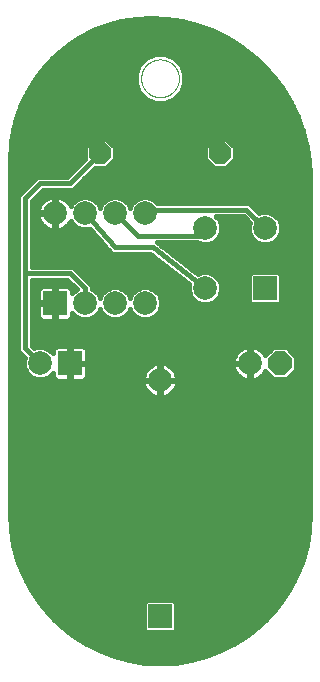
<source format=gtl>
G75*
%MOIN*%
%OFA0B0*%
%FSLAX25Y25*%
%IPPOS*%
%LPD*%
%AMOC8*
5,1,8,0,0,1.08239X$1,22.5*
%
%ADD10C,0.00000*%
%ADD11OC8,0.07087*%
%ADD12R,0.07874X0.07874*%
%ADD13C,0.07874*%
%ADD14OC8,0.07874*%
%ADD15C,0.01600*%
D10*
X0045561Y0196800D02*
X0045563Y0196958D01*
X0045569Y0197116D01*
X0045579Y0197274D01*
X0045593Y0197432D01*
X0045611Y0197589D01*
X0045632Y0197746D01*
X0045658Y0197902D01*
X0045688Y0198058D01*
X0045721Y0198213D01*
X0045759Y0198366D01*
X0045800Y0198519D01*
X0045845Y0198671D01*
X0045894Y0198822D01*
X0045947Y0198971D01*
X0046003Y0199119D01*
X0046063Y0199265D01*
X0046127Y0199410D01*
X0046195Y0199553D01*
X0046266Y0199695D01*
X0046340Y0199835D01*
X0046418Y0199972D01*
X0046500Y0200108D01*
X0046584Y0200242D01*
X0046673Y0200373D01*
X0046764Y0200502D01*
X0046859Y0200629D01*
X0046956Y0200754D01*
X0047057Y0200876D01*
X0047161Y0200995D01*
X0047268Y0201112D01*
X0047378Y0201226D01*
X0047491Y0201337D01*
X0047606Y0201446D01*
X0047724Y0201551D01*
X0047845Y0201653D01*
X0047968Y0201753D01*
X0048094Y0201849D01*
X0048222Y0201942D01*
X0048352Y0202032D01*
X0048485Y0202118D01*
X0048620Y0202202D01*
X0048756Y0202281D01*
X0048895Y0202358D01*
X0049036Y0202430D01*
X0049178Y0202500D01*
X0049322Y0202565D01*
X0049468Y0202627D01*
X0049615Y0202685D01*
X0049764Y0202740D01*
X0049914Y0202791D01*
X0050065Y0202838D01*
X0050217Y0202881D01*
X0050370Y0202920D01*
X0050525Y0202956D01*
X0050680Y0202987D01*
X0050836Y0203015D01*
X0050992Y0203039D01*
X0051149Y0203059D01*
X0051307Y0203075D01*
X0051464Y0203087D01*
X0051623Y0203095D01*
X0051781Y0203099D01*
X0051939Y0203099D01*
X0052097Y0203095D01*
X0052256Y0203087D01*
X0052413Y0203075D01*
X0052571Y0203059D01*
X0052728Y0203039D01*
X0052884Y0203015D01*
X0053040Y0202987D01*
X0053195Y0202956D01*
X0053350Y0202920D01*
X0053503Y0202881D01*
X0053655Y0202838D01*
X0053806Y0202791D01*
X0053956Y0202740D01*
X0054105Y0202685D01*
X0054252Y0202627D01*
X0054398Y0202565D01*
X0054542Y0202500D01*
X0054684Y0202430D01*
X0054825Y0202358D01*
X0054964Y0202281D01*
X0055100Y0202202D01*
X0055235Y0202118D01*
X0055368Y0202032D01*
X0055498Y0201942D01*
X0055626Y0201849D01*
X0055752Y0201753D01*
X0055875Y0201653D01*
X0055996Y0201551D01*
X0056114Y0201446D01*
X0056229Y0201337D01*
X0056342Y0201226D01*
X0056452Y0201112D01*
X0056559Y0200995D01*
X0056663Y0200876D01*
X0056764Y0200754D01*
X0056861Y0200629D01*
X0056956Y0200502D01*
X0057047Y0200373D01*
X0057136Y0200242D01*
X0057220Y0200108D01*
X0057302Y0199972D01*
X0057380Y0199835D01*
X0057454Y0199695D01*
X0057525Y0199553D01*
X0057593Y0199410D01*
X0057657Y0199265D01*
X0057717Y0199119D01*
X0057773Y0198971D01*
X0057826Y0198822D01*
X0057875Y0198671D01*
X0057920Y0198519D01*
X0057961Y0198366D01*
X0057999Y0198213D01*
X0058032Y0198058D01*
X0058062Y0197902D01*
X0058088Y0197746D01*
X0058109Y0197589D01*
X0058127Y0197432D01*
X0058141Y0197274D01*
X0058151Y0197116D01*
X0058157Y0196958D01*
X0058159Y0196800D01*
X0058157Y0196642D01*
X0058151Y0196484D01*
X0058141Y0196326D01*
X0058127Y0196168D01*
X0058109Y0196011D01*
X0058088Y0195854D01*
X0058062Y0195698D01*
X0058032Y0195542D01*
X0057999Y0195387D01*
X0057961Y0195234D01*
X0057920Y0195081D01*
X0057875Y0194929D01*
X0057826Y0194778D01*
X0057773Y0194629D01*
X0057717Y0194481D01*
X0057657Y0194335D01*
X0057593Y0194190D01*
X0057525Y0194047D01*
X0057454Y0193905D01*
X0057380Y0193765D01*
X0057302Y0193628D01*
X0057220Y0193492D01*
X0057136Y0193358D01*
X0057047Y0193227D01*
X0056956Y0193098D01*
X0056861Y0192971D01*
X0056764Y0192846D01*
X0056663Y0192724D01*
X0056559Y0192605D01*
X0056452Y0192488D01*
X0056342Y0192374D01*
X0056229Y0192263D01*
X0056114Y0192154D01*
X0055996Y0192049D01*
X0055875Y0191947D01*
X0055752Y0191847D01*
X0055626Y0191751D01*
X0055498Y0191658D01*
X0055368Y0191568D01*
X0055235Y0191482D01*
X0055100Y0191398D01*
X0054964Y0191319D01*
X0054825Y0191242D01*
X0054684Y0191170D01*
X0054542Y0191100D01*
X0054398Y0191035D01*
X0054252Y0190973D01*
X0054105Y0190915D01*
X0053956Y0190860D01*
X0053806Y0190809D01*
X0053655Y0190762D01*
X0053503Y0190719D01*
X0053350Y0190680D01*
X0053195Y0190644D01*
X0053040Y0190613D01*
X0052884Y0190585D01*
X0052728Y0190561D01*
X0052571Y0190541D01*
X0052413Y0190525D01*
X0052256Y0190513D01*
X0052097Y0190505D01*
X0051939Y0190501D01*
X0051781Y0190501D01*
X0051623Y0190505D01*
X0051464Y0190513D01*
X0051307Y0190525D01*
X0051149Y0190541D01*
X0050992Y0190561D01*
X0050836Y0190585D01*
X0050680Y0190613D01*
X0050525Y0190644D01*
X0050370Y0190680D01*
X0050217Y0190719D01*
X0050065Y0190762D01*
X0049914Y0190809D01*
X0049764Y0190860D01*
X0049615Y0190915D01*
X0049468Y0190973D01*
X0049322Y0191035D01*
X0049178Y0191100D01*
X0049036Y0191170D01*
X0048895Y0191242D01*
X0048756Y0191319D01*
X0048620Y0191398D01*
X0048485Y0191482D01*
X0048352Y0191568D01*
X0048222Y0191658D01*
X0048094Y0191751D01*
X0047968Y0191847D01*
X0047845Y0191947D01*
X0047724Y0192049D01*
X0047606Y0192154D01*
X0047491Y0192263D01*
X0047378Y0192374D01*
X0047268Y0192488D01*
X0047161Y0192605D01*
X0047057Y0192724D01*
X0046956Y0192846D01*
X0046859Y0192971D01*
X0046764Y0193098D01*
X0046673Y0193227D01*
X0046584Y0193358D01*
X0046500Y0193492D01*
X0046418Y0193628D01*
X0046340Y0193765D01*
X0046266Y0193905D01*
X0046195Y0194047D01*
X0046127Y0194190D01*
X0046063Y0194335D01*
X0046003Y0194481D01*
X0045947Y0194629D01*
X0045894Y0194778D01*
X0045845Y0194929D01*
X0045800Y0195081D01*
X0045759Y0195234D01*
X0045721Y0195387D01*
X0045688Y0195542D01*
X0045658Y0195698D01*
X0045632Y0195854D01*
X0045611Y0196011D01*
X0045593Y0196168D01*
X0045579Y0196326D01*
X0045569Y0196484D01*
X0045563Y0196642D01*
X0045561Y0196800D01*
D11*
X0031860Y0171800D03*
X0071860Y0171800D03*
D12*
X0086860Y0126800D03*
X0021860Y0101800D03*
X0016860Y0121800D03*
X0051860Y0017430D03*
D13*
X0051860Y0096170D03*
X0046860Y0121800D03*
X0036860Y0121800D03*
X0026860Y0121800D03*
X0011860Y0101800D03*
X0016860Y0151800D03*
X0026860Y0151800D03*
X0036860Y0151800D03*
X0046860Y0151800D03*
X0066860Y0146800D03*
X0066860Y0126800D03*
X0081860Y0101800D03*
X0086860Y0146800D03*
D14*
X0091860Y0101800D03*
D15*
X0046523Y0019588D02*
X0013695Y0019588D01*
X0014703Y0018343D02*
X0011409Y0022411D01*
X0008559Y0026800D01*
X0006183Y0031463D01*
X0004307Y0036349D01*
X0002953Y0041404D01*
X0002134Y0046574D01*
X0001860Y0051800D01*
X0001860Y0169951D01*
X0002117Y0174848D01*
X0002884Y0179691D01*
X0004153Y0184428D01*
X0005910Y0189006D01*
X0008137Y0193375D01*
X0010807Y0197488D01*
X0013894Y0201299D01*
X0017361Y0204767D01*
X0021172Y0207853D01*
X0025285Y0210523D01*
X0029654Y0212750D01*
X0034232Y0214507D01*
X0038969Y0215776D01*
X0043812Y0216543D01*
X0048709Y0216800D01*
X0053919Y0216544D01*
X0059079Y0215779D01*
X0064138Y0214511D01*
X0069049Y0212754D01*
X0073764Y0210524D01*
X0078238Y0207842D01*
X0082428Y0204735D01*
X0086293Y0201233D01*
X0089795Y0197368D01*
X0092903Y0193178D01*
X0095584Y0188704D01*
X0097814Y0183989D01*
X0099571Y0179078D01*
X0100839Y0174018D01*
X0101604Y0168859D01*
X0101860Y0163649D01*
X0101860Y0051800D01*
X0101586Y0046574D01*
X0100767Y0041404D01*
X0099413Y0036349D01*
X0097537Y0031463D01*
X0095161Y0026800D01*
X0092311Y0022411D01*
X0089017Y0018343D01*
X0085317Y0014643D01*
X0081249Y0011349D01*
X0076860Y0008499D01*
X0072197Y0006123D01*
X0067311Y0004247D01*
X0062256Y0002893D01*
X0057087Y0002074D01*
X0051860Y0001800D01*
X0046634Y0002074D01*
X0041464Y0002893D01*
X0036409Y0004247D01*
X0031523Y0006123D01*
X0026860Y0008499D01*
X0022471Y0011349D01*
X0018404Y0014643D01*
X0014703Y0018343D01*
X0015057Y0017990D02*
X0046523Y0017990D01*
X0046523Y0016391D02*
X0016655Y0016391D01*
X0018254Y0014793D02*
X0046523Y0014793D01*
X0046523Y0013194D02*
X0020193Y0013194D01*
X0022167Y0011596D02*
X0081554Y0011596D01*
X0079167Y0009997D02*
X0024553Y0009997D01*
X0027057Y0008399D02*
X0076663Y0008399D01*
X0073526Y0006800D02*
X0030194Y0006800D01*
X0033923Y0005201D02*
X0069797Y0005201D01*
X0064907Y0003603D02*
X0038813Y0003603D01*
X0047343Y0012093D02*
X0046523Y0012913D01*
X0046523Y0021947D01*
X0047343Y0022767D01*
X0056377Y0022767D01*
X0057197Y0021947D01*
X0057197Y0012913D01*
X0056377Y0012093D01*
X0047343Y0012093D01*
X0046523Y0021187D02*
X0012401Y0021187D01*
X0011166Y0022785D02*
X0092554Y0022785D01*
X0093592Y0024384D02*
X0010128Y0024384D01*
X0009090Y0025982D02*
X0094630Y0025982D01*
X0095559Y0027581D02*
X0008161Y0027581D01*
X0007347Y0029179D02*
X0096374Y0029179D01*
X0097188Y0030778D02*
X0006532Y0030778D01*
X0005832Y0032376D02*
X0097888Y0032376D01*
X0098501Y0033975D02*
X0005219Y0033975D01*
X0004605Y0035573D02*
X0099115Y0035573D01*
X0099633Y0037172D02*
X0004087Y0037172D01*
X0003659Y0038770D02*
X0100062Y0038770D01*
X0100490Y0040369D02*
X0003230Y0040369D01*
X0002864Y0041967D02*
X0100857Y0041967D01*
X0101110Y0043566D02*
X0002610Y0043566D01*
X0002357Y0045164D02*
X0101363Y0045164D01*
X0101596Y0046763D02*
X0002124Y0046763D01*
X0002040Y0048361D02*
X0101680Y0048361D01*
X0101764Y0049960D02*
X0001957Y0049960D01*
X0001873Y0051558D02*
X0101847Y0051558D01*
X0101860Y0053157D02*
X0001860Y0053157D01*
X0001860Y0054755D02*
X0101860Y0054755D01*
X0101860Y0056354D02*
X0001860Y0056354D01*
X0001860Y0057952D02*
X0101860Y0057952D01*
X0101860Y0059551D02*
X0001860Y0059551D01*
X0001860Y0061149D02*
X0101860Y0061149D01*
X0101860Y0062748D02*
X0001860Y0062748D01*
X0001860Y0064346D02*
X0101860Y0064346D01*
X0101860Y0065945D02*
X0001860Y0065945D01*
X0001860Y0067543D02*
X0101860Y0067543D01*
X0101860Y0069142D02*
X0001860Y0069142D01*
X0001860Y0070740D02*
X0101860Y0070740D01*
X0101860Y0072339D02*
X0001860Y0072339D01*
X0001860Y0073937D02*
X0101860Y0073937D01*
X0101860Y0075536D02*
X0001860Y0075536D01*
X0001860Y0077134D02*
X0101860Y0077134D01*
X0101860Y0078733D02*
X0001860Y0078733D01*
X0001860Y0080332D02*
X0101860Y0080332D01*
X0101860Y0081930D02*
X0001860Y0081930D01*
X0001860Y0083529D02*
X0101860Y0083529D01*
X0101860Y0085127D02*
X0001860Y0085127D01*
X0001860Y0086726D02*
X0101860Y0086726D01*
X0101860Y0088324D02*
X0001860Y0088324D01*
X0001860Y0089923D02*
X0101860Y0089923D01*
X0101860Y0091521D02*
X0055222Y0091521D01*
X0054867Y0091263D02*
X0055597Y0091794D01*
X0056236Y0092433D01*
X0056767Y0093163D01*
X0057177Y0093968D01*
X0057456Y0094827D01*
X0057597Y0095719D01*
X0057597Y0095986D01*
X0052044Y0095986D01*
X0052044Y0090433D01*
X0052312Y0090433D01*
X0053203Y0090574D01*
X0054062Y0090853D01*
X0054867Y0091263D01*
X0056735Y0093120D02*
X0101860Y0093120D01*
X0101860Y0094718D02*
X0057421Y0094718D01*
X0057597Y0096354D02*
X0057597Y0096622D01*
X0057456Y0097513D01*
X0057177Y0098372D01*
X0056767Y0099177D01*
X0056236Y0099907D01*
X0055597Y0100546D01*
X0054867Y0101077D01*
X0054062Y0101487D01*
X0053203Y0101766D01*
X0052312Y0101907D01*
X0052044Y0101907D01*
X0052044Y0096354D01*
X0057597Y0096354D01*
X0057325Y0097915D02*
X0077632Y0097915D01*
X0077484Y0098063D02*
X0078123Y0097424D01*
X0078853Y0096893D01*
X0079658Y0096483D01*
X0080517Y0096204D01*
X0081409Y0096063D01*
X0081676Y0096063D01*
X0081676Y0101616D01*
X0076123Y0101616D01*
X0076123Y0101348D01*
X0076264Y0100457D01*
X0076543Y0099598D01*
X0076953Y0098793D01*
X0077484Y0098063D01*
X0076586Y0099514D02*
X0056522Y0099514D01*
X0054798Y0101112D02*
X0076160Y0101112D01*
X0076123Y0101984D02*
X0081676Y0101984D01*
X0081676Y0101616D01*
X0082044Y0101616D01*
X0082044Y0096063D01*
X0082312Y0096063D01*
X0083203Y0096204D01*
X0084062Y0096483D01*
X0084867Y0096893D01*
X0085597Y0097424D01*
X0086236Y0098063D01*
X0086767Y0098793D01*
X0086953Y0099159D01*
X0089649Y0096463D01*
X0094071Y0096463D01*
X0097197Y0099589D01*
X0097197Y0104011D01*
X0094071Y0107137D01*
X0089649Y0107137D01*
X0086953Y0104441D01*
X0086767Y0104807D01*
X0086236Y0105537D01*
X0085597Y0106176D01*
X0084867Y0106707D01*
X0084062Y0107117D01*
X0083203Y0107396D01*
X0082312Y0107537D01*
X0082044Y0107537D01*
X0082044Y0101984D01*
X0081676Y0101984D01*
X0081676Y0107537D01*
X0081409Y0107537D01*
X0080517Y0107396D01*
X0079658Y0107117D01*
X0078853Y0106707D01*
X0078123Y0106176D01*
X0077484Y0105537D01*
X0076953Y0104807D01*
X0076543Y0104002D01*
X0076264Y0103143D01*
X0076123Y0102252D01*
X0076123Y0101984D01*
X0076196Y0102711D02*
X0027597Y0102711D01*
X0027597Y0101984D02*
X0027597Y0105974D01*
X0027474Y0106432D01*
X0027237Y0106842D01*
X0026902Y0107177D01*
X0026492Y0107414D01*
X0026034Y0107537D01*
X0022044Y0107537D01*
X0022044Y0101984D01*
X0021676Y0101984D01*
X0021676Y0107537D01*
X0017686Y0107537D01*
X0017228Y0107414D01*
X0016818Y0107177D01*
X0016483Y0106842D01*
X0016246Y0106432D01*
X0016123Y0105974D01*
X0016123Y0105085D01*
X0014883Y0106324D01*
X0012922Y0107137D01*
X0010798Y0107137D01*
X0009975Y0106796D01*
X0009060Y0107711D01*
X0009060Y0129600D01*
X0020949Y0129600D01*
X0024111Y0126438D01*
X0023837Y0126324D01*
X0022597Y0125085D01*
X0022597Y0125974D01*
X0022474Y0126432D01*
X0022237Y0126842D01*
X0021902Y0127177D01*
X0021492Y0127414D01*
X0021034Y0127537D01*
X0017160Y0127537D01*
X0017160Y0122100D01*
X0016560Y0122100D01*
X0016560Y0121500D01*
X0011123Y0121500D01*
X0011123Y0117626D01*
X0011246Y0117168D01*
X0011483Y0116758D01*
X0011818Y0116423D01*
X0012228Y0116186D01*
X0012686Y0116063D01*
X0016560Y0116063D01*
X0016560Y0121500D01*
X0017160Y0121500D01*
X0017160Y0116063D01*
X0021034Y0116063D01*
X0021492Y0116186D01*
X0021902Y0116423D01*
X0022237Y0116758D01*
X0022474Y0117168D01*
X0022597Y0117626D01*
X0022597Y0118515D01*
X0023837Y0117276D01*
X0025798Y0116463D01*
X0027922Y0116463D01*
X0029883Y0117276D01*
X0031385Y0118777D01*
X0031860Y0119925D01*
X0032336Y0118777D01*
X0033837Y0117276D01*
X0035798Y0116463D01*
X0037922Y0116463D01*
X0039883Y0117276D01*
X0041385Y0118777D01*
X0041860Y0119925D01*
X0042336Y0118777D01*
X0043837Y0117276D01*
X0045798Y0116463D01*
X0047922Y0116463D01*
X0049883Y0117276D01*
X0051385Y0118777D01*
X0052197Y0120738D01*
X0052197Y0122862D01*
X0051385Y0124823D01*
X0049883Y0126324D01*
X0047922Y0127137D01*
X0045798Y0127137D01*
X0043837Y0126324D01*
X0042336Y0124823D01*
X0041860Y0123675D01*
X0041385Y0124823D01*
X0039883Y0126324D01*
X0037922Y0127137D01*
X0035798Y0127137D01*
X0033837Y0126324D01*
X0032336Y0124823D01*
X0031860Y0123675D01*
X0031385Y0124823D01*
X0029883Y0126324D01*
X0029060Y0126665D01*
X0029060Y0127711D01*
X0024060Y0132711D01*
X0022771Y0134000D01*
X0009060Y0134000D01*
X0009060Y0155889D01*
X0012771Y0159600D01*
X0022771Y0159600D01*
X0024060Y0160889D01*
X0030028Y0166857D01*
X0033908Y0166857D01*
X0036803Y0169752D01*
X0036803Y0173848D01*
X0033908Y0176743D01*
X0029812Y0176743D01*
X0026917Y0173848D01*
X0026917Y0169968D01*
X0020949Y0164000D01*
X0010949Y0164000D01*
X0005949Y0159000D01*
X0004660Y0157711D01*
X0004660Y0105889D01*
X0005949Y0104600D01*
X0006864Y0103685D01*
X0006523Y0102862D01*
X0006523Y0100738D01*
X0007336Y0098777D01*
X0008837Y0097276D01*
X0010798Y0096463D01*
X0012922Y0096463D01*
X0014883Y0097276D01*
X0016123Y0098515D01*
X0016123Y0097626D01*
X0016246Y0097168D01*
X0016483Y0096758D01*
X0016818Y0096423D01*
X0017228Y0096186D01*
X0017686Y0096063D01*
X0021676Y0096063D01*
X0021676Y0101616D01*
X0022044Y0101616D01*
X0022044Y0096063D01*
X0026034Y0096063D01*
X0026492Y0096186D01*
X0026902Y0096423D01*
X0027237Y0096758D01*
X0027474Y0097168D01*
X0027597Y0097626D01*
X0027597Y0101616D01*
X0022044Y0101616D01*
X0022044Y0101984D01*
X0027597Y0101984D01*
X0027597Y0101112D02*
X0048923Y0101112D01*
X0048853Y0101077D02*
X0048123Y0100546D01*
X0047484Y0099907D01*
X0046953Y0099177D01*
X0046543Y0098372D01*
X0046264Y0097513D01*
X0046123Y0096622D01*
X0046123Y0096354D01*
X0051676Y0096354D01*
X0051676Y0095986D01*
X0052044Y0095986D01*
X0052044Y0096354D01*
X0051676Y0096354D01*
X0051676Y0101907D01*
X0051409Y0101907D01*
X0050517Y0101766D01*
X0049658Y0101487D01*
X0048853Y0101077D01*
X0047198Y0099514D02*
X0027597Y0099514D01*
X0027597Y0097915D02*
X0046395Y0097915D01*
X0046123Y0095986D02*
X0046123Y0095719D01*
X0046264Y0094827D01*
X0046543Y0093968D01*
X0046953Y0093163D01*
X0047484Y0092433D01*
X0048123Y0091794D01*
X0048853Y0091263D01*
X0049658Y0090853D01*
X0050517Y0090574D01*
X0051409Y0090433D01*
X0051676Y0090433D01*
X0051676Y0095986D01*
X0046123Y0095986D01*
X0046300Y0094718D02*
X0001860Y0094718D01*
X0001860Y0093120D02*
X0046985Y0093120D01*
X0048498Y0091521D02*
X0001860Y0091521D01*
X0001860Y0096317D02*
X0017001Y0096317D01*
X0016123Y0097915D02*
X0015523Y0097915D01*
X0011860Y0101800D02*
X0006860Y0106800D01*
X0006860Y0131800D01*
X0021860Y0131800D01*
X0026860Y0126800D01*
X0026860Y0121800D01*
X0029060Y0126688D02*
X0034715Y0126688D01*
X0032602Y0125090D02*
X0031118Y0125090D01*
X0028484Y0128287D02*
X0061407Y0128287D01*
X0061627Y0128114D02*
X0061523Y0127862D01*
X0061523Y0125738D01*
X0062336Y0123777D01*
X0063837Y0122276D01*
X0065798Y0121463D01*
X0067922Y0121463D01*
X0069883Y0122276D01*
X0071385Y0123777D01*
X0072197Y0125738D01*
X0072197Y0127862D01*
X0071385Y0129823D01*
X0069883Y0131324D01*
X0067922Y0132137D01*
X0065798Y0132137D01*
X0064378Y0131548D01*
X0050948Y0142100D01*
X0064261Y0142100D01*
X0065798Y0141463D01*
X0067922Y0141463D01*
X0069883Y0142276D01*
X0071385Y0143777D01*
X0072197Y0145738D01*
X0072197Y0147862D01*
X0071385Y0149823D01*
X0070358Y0150850D01*
X0079699Y0150850D01*
X0081864Y0148685D01*
X0081523Y0147862D01*
X0081523Y0145738D01*
X0082336Y0143777D01*
X0083837Y0142276D01*
X0085798Y0141463D01*
X0087922Y0141463D01*
X0089883Y0142276D01*
X0091385Y0143777D01*
X0092197Y0145738D01*
X0092197Y0147862D01*
X0091385Y0149823D01*
X0089883Y0151324D01*
X0087922Y0152137D01*
X0085798Y0152137D01*
X0084975Y0151796D01*
X0082810Y0153961D01*
X0081521Y0155250D01*
X0050958Y0155250D01*
X0049883Y0156324D01*
X0047922Y0157137D01*
X0045798Y0157137D01*
X0043837Y0156324D01*
X0042336Y0154823D01*
X0041860Y0153675D01*
X0041385Y0154823D01*
X0039883Y0156324D01*
X0037922Y0157137D01*
X0035798Y0157137D01*
X0033837Y0156324D01*
X0032336Y0154823D01*
X0031860Y0153675D01*
X0031385Y0154823D01*
X0029883Y0156324D01*
X0027922Y0157137D01*
X0025798Y0157137D01*
X0023837Y0156324D01*
X0022336Y0154823D01*
X0022077Y0154198D01*
X0021767Y0154807D01*
X0021236Y0155537D01*
X0020597Y0156176D01*
X0019867Y0156707D01*
X0019062Y0157117D01*
X0018203Y0157396D01*
X0017312Y0157537D01*
X0017160Y0157537D01*
X0017160Y0152100D01*
X0016560Y0152100D01*
X0016560Y0151500D01*
X0011123Y0151500D01*
X0011123Y0151348D01*
X0011264Y0150457D01*
X0011543Y0149598D01*
X0011953Y0148793D01*
X0012484Y0148063D01*
X0013123Y0147424D01*
X0013853Y0146893D01*
X0014658Y0146483D01*
X0015517Y0146204D01*
X0016409Y0146063D01*
X0016560Y0146063D01*
X0016560Y0151500D01*
X0017160Y0151500D01*
X0017160Y0146063D01*
X0017312Y0146063D01*
X0018203Y0146204D01*
X0019062Y0146483D01*
X0019867Y0146893D01*
X0020597Y0147424D01*
X0021236Y0148063D01*
X0021767Y0148793D01*
X0022077Y0149402D01*
X0022336Y0148777D01*
X0023837Y0147276D01*
X0025798Y0146463D01*
X0027922Y0146463D01*
X0028462Y0146687D01*
X0034660Y0139714D01*
X0034660Y0139639D01*
X0035259Y0139040D01*
X0035821Y0138407D01*
X0035896Y0138403D01*
X0035949Y0138350D01*
X0036795Y0138350D01*
X0037641Y0138300D01*
X0037697Y0138350D01*
X0048599Y0138350D01*
X0061627Y0128114D01*
X0061523Y0126688D02*
X0049005Y0126688D01*
X0051118Y0125090D02*
X0061792Y0125090D01*
X0062621Y0123491D02*
X0051936Y0123491D01*
X0052197Y0121893D02*
X0064761Y0121893D01*
X0068959Y0121893D02*
X0081913Y0121893D01*
X0081523Y0122283D02*
X0082343Y0121463D01*
X0091377Y0121463D01*
X0092197Y0122283D01*
X0092197Y0131317D01*
X0091377Y0132137D01*
X0082343Y0132137D01*
X0081523Y0131317D01*
X0081523Y0122283D01*
X0081523Y0123491D02*
X0071099Y0123491D01*
X0071928Y0125090D02*
X0081523Y0125090D01*
X0081523Y0126688D02*
X0072197Y0126688D01*
X0072021Y0128287D02*
X0081523Y0128287D01*
X0081523Y0129885D02*
X0071322Y0129885D01*
X0069498Y0131484D02*
X0081690Y0131484D01*
X0083439Y0142673D02*
X0070281Y0142673D01*
X0071590Y0144272D02*
X0082130Y0144272D01*
X0081523Y0145870D02*
X0072197Y0145870D01*
X0072197Y0147469D02*
X0081523Y0147469D01*
X0081481Y0149068D02*
X0071698Y0149068D01*
X0070542Y0150666D02*
X0079883Y0150666D01*
X0080610Y0153050D02*
X0049360Y0153050D01*
X0048110Y0151800D01*
X0046860Y0151800D01*
X0050746Y0155462D02*
X0101860Y0155462D01*
X0101860Y0157060D02*
X0048107Y0157060D01*
X0045613Y0157060D02*
X0038107Y0157060D01*
X0040746Y0155462D02*
X0042974Y0155462D01*
X0041938Y0153863D02*
X0041782Y0153863D01*
X0036860Y0151800D02*
X0044360Y0144300D01*
X0064360Y0144300D01*
X0066860Y0146800D01*
X0058356Y0136279D02*
X0101860Y0136279D01*
X0101860Y0134681D02*
X0060391Y0134681D01*
X0062425Y0133082D02*
X0101860Y0133082D01*
X0101860Y0131484D02*
X0092030Y0131484D01*
X0092197Y0129885D02*
X0101860Y0129885D01*
X0101860Y0128287D02*
X0092197Y0128287D01*
X0092197Y0126688D02*
X0101860Y0126688D01*
X0101860Y0125090D02*
X0092197Y0125090D01*
X0092197Y0123491D02*
X0101860Y0123491D01*
X0101860Y0121893D02*
X0091807Y0121893D01*
X0082506Y0107506D02*
X0101860Y0107506D01*
X0101860Y0105908D02*
X0095300Y0105908D01*
X0096899Y0104309D02*
X0101860Y0104309D01*
X0101860Y0102711D02*
X0097197Y0102711D01*
X0097197Y0101112D02*
X0101860Y0101112D01*
X0101860Y0099514D02*
X0097121Y0099514D01*
X0095523Y0097915D02*
X0101860Y0097915D01*
X0101860Y0096317D02*
X0083549Y0096317D01*
X0082044Y0096317D02*
X0081676Y0096317D01*
X0081676Y0097915D02*
X0082044Y0097915D01*
X0082044Y0099514D02*
X0081676Y0099514D01*
X0081676Y0101112D02*
X0082044Y0101112D01*
X0082044Y0102711D02*
X0081676Y0102711D01*
X0081676Y0104309D02*
X0082044Y0104309D01*
X0082044Y0105908D02*
X0081676Y0105908D01*
X0081676Y0107506D02*
X0082044Y0107506D01*
X0081214Y0107506D02*
X0026149Y0107506D01*
X0027597Y0105908D02*
X0077854Y0105908D01*
X0076700Y0104309D02*
X0027597Y0104309D01*
X0022044Y0104309D02*
X0021676Y0104309D01*
X0021676Y0102711D02*
X0022044Y0102711D01*
X0022044Y0101112D02*
X0021676Y0101112D01*
X0021676Y0099514D02*
X0022044Y0099514D01*
X0022044Y0097915D02*
X0021676Y0097915D01*
X0021676Y0096317D02*
X0022044Y0096317D01*
X0026719Y0096317D02*
X0051676Y0096317D01*
X0052044Y0096317D02*
X0080171Y0096317D01*
X0085866Y0105908D02*
X0088420Y0105908D01*
X0088197Y0097915D02*
X0086089Y0097915D01*
X0101860Y0109105D02*
X0009060Y0109105D01*
X0009060Y0110703D02*
X0101860Y0110703D01*
X0101860Y0112302D02*
X0009060Y0112302D01*
X0009060Y0113900D02*
X0101860Y0113900D01*
X0101860Y0115499D02*
X0009060Y0115499D01*
X0009060Y0117097D02*
X0011287Y0117097D01*
X0011123Y0118696D02*
X0009060Y0118696D01*
X0009060Y0120294D02*
X0011123Y0120294D01*
X0011123Y0122100D02*
X0011123Y0125974D01*
X0011246Y0126432D01*
X0011483Y0126842D01*
X0011818Y0127177D01*
X0012228Y0127414D01*
X0012686Y0127537D01*
X0016560Y0127537D01*
X0016560Y0122100D01*
X0011123Y0122100D01*
X0011123Y0123491D02*
X0009060Y0123491D01*
X0009060Y0121893D02*
X0016560Y0121893D01*
X0016560Y0123491D02*
X0017160Y0123491D01*
X0017160Y0125090D02*
X0016560Y0125090D01*
X0016560Y0126688D02*
X0017160Y0126688D01*
X0017160Y0120294D02*
X0016560Y0120294D01*
X0016560Y0118696D02*
X0017160Y0118696D01*
X0017160Y0117097D02*
X0016560Y0117097D01*
X0022433Y0117097D02*
X0024267Y0117097D01*
X0029453Y0117097D02*
X0034267Y0117097D01*
X0032417Y0118696D02*
X0031304Y0118696D01*
X0023860Y0126688D02*
X0022326Y0126688D01*
X0022262Y0128287D02*
X0009060Y0128287D01*
X0009060Y0126688D02*
X0011394Y0126688D01*
X0011123Y0125090D02*
X0009060Y0125090D01*
X0004660Y0125090D02*
X0001860Y0125090D01*
X0001860Y0126688D02*
X0004660Y0126688D01*
X0004660Y0128287D02*
X0001860Y0128287D01*
X0001860Y0129885D02*
X0004660Y0129885D01*
X0004660Y0131484D02*
X0001860Y0131484D01*
X0001860Y0133082D02*
X0004660Y0133082D01*
X0004660Y0134681D02*
X0001860Y0134681D01*
X0001860Y0136279D02*
X0004660Y0136279D01*
X0004660Y0137878D02*
X0001860Y0137878D01*
X0001860Y0139476D02*
X0004660Y0139476D01*
X0004660Y0141075D02*
X0001860Y0141075D01*
X0001860Y0142673D02*
X0004660Y0142673D01*
X0004660Y0144272D02*
X0001860Y0144272D01*
X0001860Y0145870D02*
X0004660Y0145870D01*
X0004660Y0147469D02*
X0001860Y0147469D01*
X0001860Y0149068D02*
X0004660Y0149068D01*
X0004660Y0150666D02*
X0001860Y0150666D01*
X0001860Y0152265D02*
X0004660Y0152265D01*
X0004660Y0153863D02*
X0001860Y0153863D01*
X0001860Y0155462D02*
X0004660Y0155462D01*
X0004660Y0157060D02*
X0001860Y0157060D01*
X0001860Y0158659D02*
X0005607Y0158659D01*
X0006860Y0156800D02*
X0006860Y0131800D01*
X0009060Y0134681D02*
X0053269Y0134681D01*
X0051234Y0136279D02*
X0009060Y0136279D01*
X0009060Y0137878D02*
X0049200Y0137878D01*
X0049360Y0140550D02*
X0066860Y0126800D01*
X0059372Y0129885D02*
X0026886Y0129885D01*
X0025287Y0131484D02*
X0057338Y0131484D01*
X0055303Y0133082D02*
X0023689Y0133082D01*
X0022602Y0125090D02*
X0022597Y0125090D01*
X0033450Y0141075D02*
X0009060Y0141075D01*
X0009060Y0142673D02*
X0032029Y0142673D01*
X0030608Y0144272D02*
X0009060Y0144272D01*
X0009060Y0145870D02*
X0029187Y0145870D01*
X0026860Y0151800D02*
X0036860Y0140550D01*
X0049360Y0140550D01*
X0052253Y0141075D02*
X0101860Y0141075D01*
X0101860Y0142673D02*
X0090281Y0142673D01*
X0091590Y0144272D02*
X0101860Y0144272D01*
X0101860Y0145870D02*
X0092197Y0145870D01*
X0092197Y0147469D02*
X0101860Y0147469D01*
X0101860Y0149068D02*
X0091698Y0149068D01*
X0090542Y0150666D02*
X0101860Y0150666D01*
X0101860Y0152265D02*
X0084507Y0152265D01*
X0082908Y0153863D02*
X0101860Y0153863D01*
X0101860Y0158659D02*
X0011830Y0158659D01*
X0010231Y0157060D02*
X0014547Y0157060D01*
X0014658Y0157117D02*
X0013853Y0156707D01*
X0013123Y0156176D01*
X0012484Y0155537D01*
X0011953Y0154807D01*
X0011543Y0154002D01*
X0011264Y0153143D01*
X0011123Y0152252D01*
X0011123Y0152100D01*
X0016560Y0152100D01*
X0016560Y0157537D01*
X0016409Y0157537D01*
X0015517Y0157396D01*
X0014658Y0157117D01*
X0016560Y0157060D02*
X0017160Y0157060D01*
X0017160Y0155462D02*
X0016560Y0155462D01*
X0016560Y0153863D02*
X0017160Y0153863D01*
X0017160Y0152265D02*
X0016560Y0152265D01*
X0016560Y0150666D02*
X0017160Y0150666D01*
X0017160Y0149068D02*
X0016560Y0149068D01*
X0016560Y0147469D02*
X0017160Y0147469D01*
X0020642Y0147469D02*
X0023643Y0147469D01*
X0022215Y0149068D02*
X0021907Y0149068D01*
X0021291Y0155462D02*
X0022974Y0155462D01*
X0025613Y0157060D02*
X0019173Y0157060D01*
X0023428Y0160257D02*
X0101860Y0160257D01*
X0101860Y0161856D02*
X0025027Y0161856D01*
X0026625Y0163454D02*
X0101860Y0163454D01*
X0101791Y0165053D02*
X0028224Y0165053D01*
X0029822Y0166651D02*
X0101713Y0166651D01*
X0101634Y0168250D02*
X0075301Y0168250D01*
X0073908Y0166857D02*
X0076803Y0169752D01*
X0076803Y0173848D01*
X0073908Y0176743D01*
X0069812Y0176743D01*
X0066917Y0173848D01*
X0066917Y0169752D01*
X0069812Y0166857D01*
X0073908Y0166857D01*
X0076803Y0169848D02*
X0101457Y0169848D01*
X0101220Y0171447D02*
X0076803Y0171447D01*
X0076803Y0173045D02*
X0100983Y0173045D01*
X0100682Y0174644D02*
X0076007Y0174644D01*
X0074409Y0176242D02*
X0100282Y0176242D01*
X0099881Y0177841D02*
X0002591Y0177841D01*
X0002844Y0179439D02*
X0099442Y0179439D01*
X0098870Y0181038D02*
X0003245Y0181038D01*
X0003673Y0182636D02*
X0098298Y0182636D01*
X0097698Y0184235D02*
X0004101Y0184235D01*
X0004692Y0185833D02*
X0096942Y0185833D01*
X0096186Y0187432D02*
X0005306Y0187432D01*
X0005923Y0189030D02*
X0049454Y0189030D01*
X0050249Y0188701D02*
X0047272Y0189934D01*
X0044994Y0192212D01*
X0043761Y0195189D01*
X0043761Y0198411D01*
X0044994Y0201388D01*
X0047272Y0203666D01*
X0050249Y0204899D01*
X0053471Y0204899D01*
X0056448Y0203666D01*
X0058726Y0201388D01*
X0059959Y0198411D01*
X0059959Y0195189D01*
X0058726Y0192212D01*
X0056448Y0189934D01*
X0053471Y0188701D01*
X0050249Y0188701D01*
X0054267Y0189030D02*
X0095389Y0189030D01*
X0094431Y0190629D02*
X0057143Y0190629D01*
X0058733Y0192227D02*
X0093473Y0192227D01*
X0092422Y0193826D02*
X0059395Y0193826D01*
X0059959Y0195424D02*
X0091237Y0195424D01*
X0090051Y0197023D02*
X0059959Y0197023D01*
X0059872Y0198621D02*
X0088659Y0198621D01*
X0087210Y0200220D02*
X0059210Y0200220D01*
X0058296Y0201818D02*
X0085646Y0201818D01*
X0083883Y0203417D02*
X0056697Y0203417D01*
X0056205Y0216205D02*
X0041676Y0216205D01*
X0034603Y0214606D02*
X0063758Y0214606D01*
X0068340Y0213008D02*
X0030327Y0213008D01*
X0027024Y0211409D02*
X0071892Y0211409D01*
X0074954Y0209811D02*
X0024188Y0209811D01*
X0021726Y0208212D02*
X0077621Y0208212D01*
X0079895Y0206614D02*
X0019642Y0206614D01*
X0017668Y0205015D02*
X0082050Y0205015D01*
X0069311Y0176242D02*
X0034409Y0176242D01*
X0036007Y0174644D02*
X0067713Y0174644D01*
X0066917Y0173045D02*
X0036803Y0173045D01*
X0036803Y0171447D02*
X0066917Y0171447D01*
X0066917Y0169848D02*
X0036803Y0169848D01*
X0035301Y0168250D02*
X0068420Y0168250D01*
X0080610Y0153050D02*
X0086860Y0146800D01*
X0101860Y0139476D02*
X0054287Y0139476D01*
X0056322Y0137878D02*
X0101860Y0137878D01*
X0101860Y0120294D02*
X0052013Y0120294D01*
X0051304Y0118696D02*
X0101860Y0118696D01*
X0101860Y0117097D02*
X0049453Y0117097D01*
X0044267Y0117097D02*
X0039453Y0117097D01*
X0041304Y0118696D02*
X0042417Y0118696D01*
X0042602Y0125090D02*
X0041118Y0125090D01*
X0039005Y0126688D02*
X0044715Y0126688D01*
X0034822Y0139476D02*
X0009060Y0139476D01*
X0009060Y0147469D02*
X0013078Y0147469D01*
X0011814Y0149068D02*
X0009060Y0149068D01*
X0009060Y0150666D02*
X0011231Y0150666D01*
X0011125Y0152265D02*
X0009060Y0152265D01*
X0009060Y0153863D02*
X0011498Y0153863D01*
X0012429Y0155462D02*
X0009060Y0155462D01*
X0006860Y0156800D02*
X0011860Y0161800D01*
X0021860Y0161800D01*
X0031860Y0171800D01*
X0027713Y0174644D02*
X0002106Y0174644D01*
X0002022Y0173045D02*
X0026917Y0173045D01*
X0026917Y0171447D02*
X0001938Y0171447D01*
X0001860Y0169848D02*
X0026797Y0169848D01*
X0025198Y0168250D02*
X0001860Y0168250D01*
X0001860Y0166651D02*
X0023600Y0166651D01*
X0022001Y0165053D02*
X0001860Y0165053D01*
X0001860Y0163454D02*
X0010403Y0163454D01*
X0008804Y0161856D02*
X0001860Y0161856D01*
X0001860Y0160257D02*
X0007206Y0160257D01*
X0002338Y0176242D02*
X0029311Y0176242D01*
X0028107Y0157060D02*
X0035613Y0157060D01*
X0032974Y0155462D02*
X0030746Y0155462D01*
X0031782Y0153863D02*
X0031938Y0153863D01*
X0046577Y0190629D02*
X0006737Y0190629D01*
X0007552Y0192227D02*
X0044988Y0192227D01*
X0044325Y0193826D02*
X0008429Y0193826D01*
X0009467Y0195424D02*
X0043761Y0195424D01*
X0043761Y0197023D02*
X0010505Y0197023D01*
X0011725Y0198621D02*
X0043848Y0198621D01*
X0044510Y0200220D02*
X0013020Y0200220D01*
X0014413Y0201818D02*
X0045424Y0201818D01*
X0047023Y0203417D02*
X0016011Y0203417D01*
X0004660Y0123491D02*
X0001860Y0123491D01*
X0001860Y0121893D02*
X0004660Y0121893D01*
X0004660Y0120294D02*
X0001860Y0120294D01*
X0001860Y0118696D02*
X0004660Y0118696D01*
X0004660Y0117097D02*
X0001860Y0117097D01*
X0001860Y0115499D02*
X0004660Y0115499D01*
X0004660Y0113900D02*
X0001860Y0113900D01*
X0001860Y0112302D02*
X0004660Y0112302D01*
X0004660Y0110703D02*
X0001860Y0110703D01*
X0001860Y0109105D02*
X0004660Y0109105D01*
X0004660Y0107506D02*
X0001860Y0107506D01*
X0001860Y0105908D02*
X0004660Y0105908D01*
X0006240Y0104309D02*
X0001860Y0104309D01*
X0001860Y0102711D02*
X0006523Y0102711D01*
X0006523Y0101112D02*
X0001860Y0101112D01*
X0001860Y0099514D02*
X0007030Y0099514D01*
X0008197Y0097915D02*
X0001860Y0097915D01*
X0009265Y0107506D02*
X0017571Y0107506D01*
X0016123Y0105908D02*
X0015300Y0105908D01*
X0021676Y0105908D02*
X0022044Y0105908D01*
X0022044Y0107506D02*
X0021676Y0107506D01*
X0051676Y0101112D02*
X0052044Y0101112D01*
X0052044Y0099514D02*
X0051676Y0099514D01*
X0051676Y0097915D02*
X0052044Y0097915D01*
X0052044Y0094718D02*
X0051676Y0094718D01*
X0051676Y0093120D02*
X0052044Y0093120D01*
X0052044Y0091521D02*
X0051676Y0091521D01*
X0057197Y0021187D02*
X0091320Y0021187D01*
X0090025Y0019588D02*
X0057197Y0019588D01*
X0057197Y0017990D02*
X0088663Y0017990D01*
X0087065Y0016391D02*
X0057197Y0016391D01*
X0057197Y0014793D02*
X0085466Y0014793D01*
X0083528Y0013194D02*
X0057197Y0013194D01*
X0055762Y0002004D02*
X0047959Y0002004D01*
M02*

</source>
